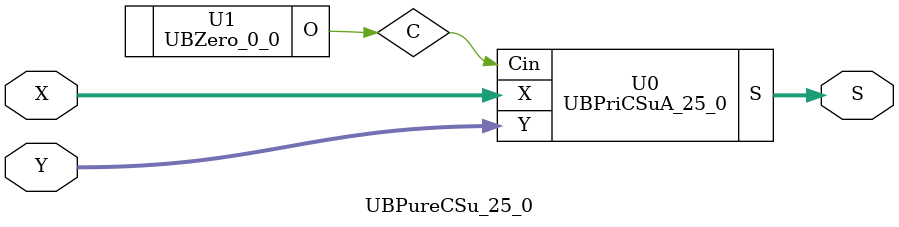
<source format=v>
/*----------------------------------------------------------------------------
  Copyright (c) 2021 Homma laboratory. All rights reserved.

  Top module: UBCSu_25_0_25_0

  Operand-1 length: 26
  Operand-2 length: 26
  Two-operand addition algorithm: Conditional sum adder
----------------------------------------------------------------------------*/

module UBFA_0(C, S, X, Y, Z);
  output C;
  output S;
  input X;
  input Y;
  input Z;
  assign C = ( X & Y ) | ( Y & Z ) | ( Z & X );
  assign S = X ^ Y ^ Z;
endmodule

module UBHCSuB_0_0(C, S, X, Y, Ci);
  output C;
  output S;
  input Ci;
  input X;
  input Y;
  UBFA_0 U0 (C, S, X, Y, Ci);
endmodule

module UBZero_1_1(O);
  output [1:1] O;
  assign O[1] = 0;
endmodule

module UBOne_1(O);
  output O;
  assign O = 1;
endmodule

module UBFA_1(C, S, X, Y, Z);
  output C;
  output S;
  input X;
  input Y;
  input Z;
  assign C = ( X & Y ) | ( Y & Z ) | ( Z & X );
  assign S = X ^ Y ^ Z;
endmodule

module UBCSuB_1_1(C_0, C_1, S_0, S_1, X, Y);
  output C_0;
  output C_1;
  output S_0;
  output S_1;
  input X;
  input Y;
  wire Ci_0;
  wire Ci_1;
  wire Co_0;
  wire Co_1;
  assign C_0 = ( Co_0 & ( ~ Ci_0 ) ) | ( Co_1 & Ci_0 );
  assign C_1 = ( Co_0 & ( ~ Ci_1 ) ) | ( Co_1 & Ci_1 );
  UBZero_1_1 U0 (Ci_0);
  UBOne_1 U1 (Ci_1);
  UBFA_1 U2 (Co_0, S_0, X, Y, Ci_0);
  UBFA_1 U3 (Co_1, S_1, X, Y, Ci_1);
endmodule

module UBHCSuB_1_0(C, S, X, Y, Ci);
  output C;
  output [1:0] S;
  input Ci;
  input [1:0] X;
  input [1:0] Y;
  wire C_0;
  wire C_1;
  wire Co;
  wire S_0;
  wire S_1;
  assign S[1] = ( S_0 & ( ~ Co ) ) | ( S_1 & Co );
  assign C = ( C_0 & ( ~ Co ) ) | ( C_1 & Co );
  UBHCSuB_0_0 U0 (Co, S[0], X[0], Y[0], Ci);
  UBCSuB_1_1 U1 (C_0, C_1, S_0, S_1, X[1], Y[1]);
endmodule

module UBZero_2_2(O);
  output [2:2] O;
  assign O[2] = 0;
endmodule

module UBOne_2(O);
  output O;
  assign O = 1;
endmodule

module UBFA_2(C, S, X, Y, Z);
  output C;
  output S;
  input X;
  input Y;
  input Z;
  assign C = ( X & Y ) | ( Y & Z ) | ( Z & X );
  assign S = X ^ Y ^ Z;
endmodule

module UBCSuB_2_2(C_0, C_1, S_0, S_1, X, Y);
  output C_0;
  output C_1;
  output S_0;
  output S_1;
  input X;
  input Y;
  wire Ci_0;
  wire Ci_1;
  wire Co_0;
  wire Co_1;
  assign C_0 = ( Co_0 & ( ~ Ci_0 ) ) | ( Co_1 & Ci_0 );
  assign C_1 = ( Co_0 & ( ~ Ci_1 ) ) | ( Co_1 & Ci_1 );
  UBZero_2_2 U0 (Ci_0);
  UBOne_2 U1 (Ci_1);
  UBFA_2 U2 (Co_0, S_0, X, Y, Ci_0);
  UBFA_2 U3 (Co_1, S_1, X, Y, Ci_1);
endmodule

module UBZero_3_3(O);
  output [3:3] O;
  assign O[3] = 0;
endmodule

module UBOne_3(O);
  output O;
  assign O = 1;
endmodule

module UBFA_3(C, S, X, Y, Z);
  output C;
  output S;
  input X;
  input Y;
  input Z;
  assign C = ( X & Y ) | ( Y & Z ) | ( Z & X );
  assign S = X ^ Y ^ Z;
endmodule

module UBCSuB_3_3(C_0, C_1, S_0, S_1, X, Y);
  output C_0;
  output C_1;
  output S_0;
  output S_1;
  input X;
  input Y;
  wire Ci_0;
  wire Ci_1;
  wire Co_0;
  wire Co_1;
  assign C_0 = ( Co_0 & ( ~ Ci_0 ) ) | ( Co_1 & Ci_0 );
  assign C_1 = ( Co_0 & ( ~ Ci_1 ) ) | ( Co_1 & Ci_1 );
  UBZero_3_3 U0 (Ci_0);
  UBOne_3 U1 (Ci_1);
  UBFA_3 U2 (Co_0, S_0, X, Y, Ci_0);
  UBFA_3 U3 (Co_1, S_1, X, Y, Ci_1);
endmodule

module UBCSuB_3_2(C_0, C_1, S_0, S_1, X, Y);
  output C_0;
  output C_1;
  output [3:2] S_0;
  output [3:2] S_1;
  input [3:2] X;
  input [3:2] Y;
  wire Ci_0;
  wire Ci_1;
  wire Co_0;
  wire Co_1;
  wire So_0;
  wire So_1;
  assign S_0[3] = ( So_0 & ( ~ Ci_0 ) ) | ( So_1 & Ci_0 );
  assign C_0 = ( Co_0 & ( ~ Ci_0 ) ) | ( Co_1 & Ci_0 );
  assign S_1[3] = ( So_0 & ( ~ Ci_1 ) ) | ( So_1 & Ci_1 );
  assign C_1 = ( Co_0 & ( ~ Ci_1 ) ) | ( Co_1 & Ci_1 );
  UBCSuB_2_2 U0 (Ci_0, Ci_1, S_0[2], S_1[2], X[2], Y[2]);
  UBCSuB_3_3 U1 (Co_0, Co_1, So_0, So_1, X[3], Y[3]);
endmodule

module UBHCSuB_3_0(C, S, X, Y, Ci);
  output C;
  output [3:0] S;
  input Ci;
  input [3:0] X;
  input [3:0] Y;
  wire C_0;
  wire C_1;
  wire Co;
  wire [3:2] S_0;
  wire [3:2] S_1;
  assign S[2] = ( S_0[2] & ( ~ Co ) ) | ( S_1[2] & Co );
  assign S[3] = ( S_0[3] & ( ~ Co ) ) | ( S_1[3] & Co );
  assign C = ( C_0 & ( ~ Co ) ) | ( C_1 & Co );
  UBHCSuB_1_0 U0 (Co, S[1:0], X[1:0], Y[1:0], Ci);
  UBCSuB_3_2 U1 (C_0, C_1, S_0, S_1, X[3:2], Y[3:2]);
endmodule

module UBZero_4_4(O);
  output [4:4] O;
  assign O[4] = 0;
endmodule

module UBOne_4(O);
  output O;
  assign O = 1;
endmodule

module UBFA_4(C, S, X, Y, Z);
  output C;
  output S;
  input X;
  input Y;
  input Z;
  assign C = ( X & Y ) | ( Y & Z ) | ( Z & X );
  assign S = X ^ Y ^ Z;
endmodule

module UBCSuB_4_4(C_0, C_1, S_0, S_1, X, Y);
  output C_0;
  output C_1;
  output S_0;
  output S_1;
  input X;
  input Y;
  wire Ci_0;
  wire Ci_1;
  wire Co_0;
  wire Co_1;
  assign C_0 = ( Co_0 & ( ~ Ci_0 ) ) | ( Co_1 & Ci_0 );
  assign C_1 = ( Co_0 & ( ~ Ci_1 ) ) | ( Co_1 & Ci_1 );
  UBZero_4_4 U0 (Ci_0);
  UBOne_4 U1 (Ci_1);
  UBFA_4 U2 (Co_0, S_0, X, Y, Ci_0);
  UBFA_4 U3 (Co_1, S_1, X, Y, Ci_1);
endmodule

module UBZero_5_5(O);
  output [5:5] O;
  assign O[5] = 0;
endmodule

module UBOne_5(O);
  output O;
  assign O = 1;
endmodule

module UBFA_5(C, S, X, Y, Z);
  output C;
  output S;
  input X;
  input Y;
  input Z;
  assign C = ( X & Y ) | ( Y & Z ) | ( Z & X );
  assign S = X ^ Y ^ Z;
endmodule

module UBCSuB_5_5(C_0, C_1, S_0, S_1, X, Y);
  output C_0;
  output C_1;
  output S_0;
  output S_1;
  input X;
  input Y;
  wire Ci_0;
  wire Ci_1;
  wire Co_0;
  wire Co_1;
  assign C_0 = ( Co_0 & ( ~ Ci_0 ) ) | ( Co_1 & Ci_0 );
  assign C_1 = ( Co_0 & ( ~ Ci_1 ) ) | ( Co_1 & Ci_1 );
  UBZero_5_5 U0 (Ci_0);
  UBOne_5 U1 (Ci_1);
  UBFA_5 U2 (Co_0, S_0, X, Y, Ci_0);
  UBFA_5 U3 (Co_1, S_1, X, Y, Ci_1);
endmodule

module UBCSuB_5_4(C_0, C_1, S_0, S_1, X, Y);
  output C_0;
  output C_1;
  output [5:4] S_0;
  output [5:4] S_1;
  input [5:4] X;
  input [5:4] Y;
  wire Ci_0;
  wire Ci_1;
  wire Co_0;
  wire Co_1;
  wire So_0;
  wire So_1;
  assign S_0[5] = ( So_0 & ( ~ Ci_0 ) ) | ( So_1 & Ci_0 );
  assign C_0 = ( Co_0 & ( ~ Ci_0 ) ) | ( Co_1 & Ci_0 );
  assign S_1[5] = ( So_0 & ( ~ Ci_1 ) ) | ( So_1 & Ci_1 );
  assign C_1 = ( Co_0 & ( ~ Ci_1 ) ) | ( Co_1 & Ci_1 );
  UBCSuB_4_4 U0 (Ci_0, Ci_1, S_0[4], S_1[4], X[4], Y[4]);
  UBCSuB_5_5 U1 (Co_0, Co_1, So_0, So_1, X[5], Y[5]);
endmodule

module UBZero_6_6(O);
  output [6:6] O;
  assign O[6] = 0;
endmodule

module UBOne_6(O);
  output O;
  assign O = 1;
endmodule

module UBFA_6(C, S, X, Y, Z);
  output C;
  output S;
  input X;
  input Y;
  input Z;
  assign C = ( X & Y ) | ( Y & Z ) | ( Z & X );
  assign S = X ^ Y ^ Z;
endmodule

module UBCSuB_6_6(C_0, C_1, S_0, S_1, X, Y);
  output C_0;
  output C_1;
  output S_0;
  output S_1;
  input X;
  input Y;
  wire Ci_0;
  wire Ci_1;
  wire Co_0;
  wire Co_1;
  assign C_0 = ( Co_0 & ( ~ Ci_0 ) ) | ( Co_1 & Ci_0 );
  assign C_1 = ( Co_0 & ( ~ Ci_1 ) ) | ( Co_1 & Ci_1 );
  UBZero_6_6 U0 (Ci_0);
  UBOne_6 U1 (Ci_1);
  UBFA_6 U2 (Co_0, S_0, X, Y, Ci_0);
  UBFA_6 U3 (Co_1, S_1, X, Y, Ci_1);
endmodule

module UBCSuB_6_4(C_0, C_1, S_0, S_1, X, Y);
  output C_0;
  output C_1;
  output [6:4] S_0;
  output [6:4] S_1;
  input [6:4] X;
  input [6:4] Y;
  wire Ci_0;
  wire Ci_1;
  wire Co_0;
  wire Co_1;
  wire [6:6] So_0;
  wire [6:6] So_1;
  assign S_0[6] = ( So_0 & ( ~ Ci_0 ) ) | ( So_1 & Ci_0 );
  assign C_0 = ( Co_0 & ( ~ Ci_0 ) ) | ( Co_1 & Ci_0 );
  assign S_1[6] = ( So_0 & ( ~ Ci_1 ) ) | ( So_1 & Ci_1 );
  assign C_1 = ( Co_0 & ( ~ Ci_1 ) ) | ( Co_1 & Ci_1 );
  UBCSuB_5_4 U0 (Ci_0, Ci_1, S_0[5:4], S_1[5:4], X[5:4], Y[5:4]);
  UBCSuB_6_6 U1 (Co_0, Co_1, So_0, So_1, X[6], Y[6]);
endmodule

module UBHCSuB_6_0(C, S, X, Y, Ci);
  output C;
  output [6:0] S;
  input Ci;
  input [6:0] X;
  input [6:0] Y;
  wire C_0;
  wire C_1;
  wire Co;
  wire [6:4] S_0;
  wire [6:4] S_1;
  assign S[4] = ( S_0[4] & ( ~ Co ) ) | ( S_1[4] & Co );
  assign S[5] = ( S_0[5] & ( ~ Co ) ) | ( S_1[5] & Co );
  assign S[6] = ( S_0[6] & ( ~ Co ) ) | ( S_1[6] & Co );
  assign C = ( C_0 & ( ~ Co ) ) | ( C_1 & Co );
  UBHCSuB_3_0 U0 (Co, S[3:0], X[3:0], Y[3:0], Ci);
  UBCSuB_6_4 U1 (C_0, C_1, S_0, S_1, X[6:4], Y[6:4]);
endmodule

module UBZero_7_7(O);
  output [7:7] O;
  assign O[7] = 0;
endmodule

module UBOne_7(O);
  output O;
  assign O = 1;
endmodule

module UBFA_7(C, S, X, Y, Z);
  output C;
  output S;
  input X;
  input Y;
  input Z;
  assign C = ( X & Y ) | ( Y & Z ) | ( Z & X );
  assign S = X ^ Y ^ Z;
endmodule

module UBCSuB_7_7(C_0, C_1, S_0, S_1, X, Y);
  output C_0;
  output C_1;
  output S_0;
  output S_1;
  input X;
  input Y;
  wire Ci_0;
  wire Ci_1;
  wire Co_0;
  wire Co_1;
  assign C_0 = ( Co_0 & ( ~ Ci_0 ) ) | ( Co_1 & Ci_0 );
  assign C_1 = ( Co_0 & ( ~ Ci_1 ) ) | ( Co_1 & Ci_1 );
  UBZero_7_7 U0 (Ci_0);
  UBOne_7 U1 (Ci_1);
  UBFA_7 U2 (Co_0, S_0, X, Y, Ci_0);
  UBFA_7 U3 (Co_1, S_1, X, Y, Ci_1);
endmodule

module UBZero_8_8(O);
  output [8:8] O;
  assign O[8] = 0;
endmodule

module UBOne_8(O);
  output O;
  assign O = 1;
endmodule

module UBFA_8(C, S, X, Y, Z);
  output C;
  output S;
  input X;
  input Y;
  input Z;
  assign C = ( X & Y ) | ( Y & Z ) | ( Z & X );
  assign S = X ^ Y ^ Z;
endmodule

module UBCSuB_8_8(C_0, C_1, S_0, S_1, X, Y);
  output C_0;
  output C_1;
  output S_0;
  output S_1;
  input X;
  input Y;
  wire Ci_0;
  wire Ci_1;
  wire Co_0;
  wire Co_1;
  assign C_0 = ( Co_0 & ( ~ Ci_0 ) ) | ( Co_1 & Ci_0 );
  assign C_1 = ( Co_0 & ( ~ Ci_1 ) ) | ( Co_1 & Ci_1 );
  UBZero_8_8 U0 (Ci_0);
  UBOne_8 U1 (Ci_1);
  UBFA_8 U2 (Co_0, S_0, X, Y, Ci_0);
  UBFA_8 U3 (Co_1, S_1, X, Y, Ci_1);
endmodule

module UBCSuB_8_7(C_0, C_1, S_0, S_1, X, Y);
  output C_0;
  output C_1;
  output [8:7] S_0;
  output [8:7] S_1;
  input [8:7] X;
  input [8:7] Y;
  wire Ci_0;
  wire Ci_1;
  wire Co_0;
  wire Co_1;
  wire So_0;
  wire So_1;
  assign S_0[8] = ( So_0 & ( ~ Ci_0 ) ) | ( So_1 & Ci_0 );
  assign C_0 = ( Co_0 & ( ~ Ci_0 ) ) | ( Co_1 & Ci_0 );
  assign S_1[8] = ( So_0 & ( ~ Ci_1 ) ) | ( So_1 & Ci_1 );
  assign C_1 = ( Co_0 & ( ~ Ci_1 ) ) | ( Co_1 & Ci_1 );
  UBCSuB_7_7 U0 (Ci_0, Ci_1, S_0[7], S_1[7], X[7], Y[7]);
  UBCSuB_8_8 U1 (Co_0, Co_1, So_0, So_1, X[8], Y[8]);
endmodule

module UBZero_9_9(O);
  output [9:9] O;
  assign O[9] = 0;
endmodule

module UBOne_9(O);
  output O;
  assign O = 1;
endmodule

module UBFA_9(C, S, X, Y, Z);
  output C;
  output S;
  input X;
  input Y;
  input Z;
  assign C = ( X & Y ) | ( Y & Z ) | ( Z & X );
  assign S = X ^ Y ^ Z;
endmodule

module UBCSuB_9_9(C_0, C_1, S_0, S_1, X, Y);
  output C_0;
  output C_1;
  output S_0;
  output S_1;
  input X;
  input Y;
  wire Ci_0;
  wire Ci_1;
  wire Co_0;
  wire Co_1;
  assign C_0 = ( Co_0 & ( ~ Ci_0 ) ) | ( Co_1 & Ci_0 );
  assign C_1 = ( Co_0 & ( ~ Ci_1 ) ) | ( Co_1 & Ci_1 );
  UBZero_9_9 U0 (Ci_0);
  UBOne_9 U1 (Ci_1);
  UBFA_9 U2 (Co_0, S_0, X, Y, Ci_0);
  UBFA_9 U3 (Co_1, S_1, X, Y, Ci_1);
endmodule

module UBCSuB_9_7(C_0, C_1, S_0, S_1, X, Y);
  output C_0;
  output C_1;
  output [9:7] S_0;
  output [9:7] S_1;
  input [9:7] X;
  input [9:7] Y;
  wire Ci_0;
  wire Ci_1;
  wire Co_0;
  wire Co_1;
  wire [9:9] So_0;
  wire [9:9] So_1;
  assign S_0[9] = ( So_0 & ( ~ Ci_0 ) ) | ( So_1 & Ci_0 );
  assign C_0 = ( Co_0 & ( ~ Ci_0 ) ) | ( Co_1 & Ci_0 );
  assign S_1[9] = ( So_0 & ( ~ Ci_1 ) ) | ( So_1 & Ci_1 );
  assign C_1 = ( Co_0 & ( ~ Ci_1 ) ) | ( Co_1 & Ci_1 );
  UBCSuB_8_7 U0 (Ci_0, Ci_1, S_0[8:7], S_1[8:7], X[8:7], Y[8:7]);
  UBCSuB_9_9 U1 (Co_0, Co_1, So_0, So_1, X[9], Y[9]);
endmodule

module UBZero_10_10(O);
  output [10:10] O;
  assign O[10] = 0;
endmodule

module UBOne_10(O);
  output O;
  assign O = 1;
endmodule

module UBFA_10(C, S, X, Y, Z);
  output C;
  output S;
  input X;
  input Y;
  input Z;
  assign C = ( X & Y ) | ( Y & Z ) | ( Z & X );
  assign S = X ^ Y ^ Z;
endmodule

module UBCSuB_10_10(C_0, C_1, S_0, S_1, X, Y);
  output C_0;
  output C_1;
  output S_0;
  output S_1;
  input X;
  input Y;
  wire Ci_0;
  wire Ci_1;
  wire Co_0;
  wire Co_1;
  assign C_0 = ( Co_0 & ( ~ Ci_0 ) ) | ( Co_1 & Ci_0 );
  assign C_1 = ( Co_0 & ( ~ Ci_1 ) ) | ( Co_1 & Ci_1 );
  UBZero_10_10 U0 (Ci_0);
  UBOne_10 U1 (Ci_1);
  UBFA_10 U2 (Co_0, S_0, X, Y, Ci_0);
  UBFA_10 U3 (Co_1, S_1, X, Y, Ci_1);
endmodule

module UBZero_11_11(O);
  output [11:11] O;
  assign O[11] = 0;
endmodule

module UBOne_11(O);
  output O;
  assign O = 1;
endmodule

module UBFA_11(C, S, X, Y, Z);
  output C;
  output S;
  input X;
  input Y;
  input Z;
  assign C = ( X & Y ) | ( Y & Z ) | ( Z & X );
  assign S = X ^ Y ^ Z;
endmodule

module UBCSuB_11_11(C_0, C_1, S_0, S_1, X, Y);
  output C_0;
  output C_1;
  output S_0;
  output S_1;
  input X;
  input Y;
  wire Ci_0;
  wire Ci_1;
  wire Co_0;
  wire Co_1;
  assign C_0 = ( Co_0 & ( ~ Ci_0 ) ) | ( Co_1 & Ci_0 );
  assign C_1 = ( Co_0 & ( ~ Ci_1 ) ) | ( Co_1 & Ci_1 );
  UBZero_11_11 U0 (Ci_0);
  UBOne_11 U1 (Ci_1);
  UBFA_11 U2 (Co_0, S_0, X, Y, Ci_0);
  UBFA_11 U3 (Co_1, S_1, X, Y, Ci_1);
endmodule

module UBCSuB_11_10(C_0, C_1, S_0, S_1, X, Y);
  output C_0;
  output C_1;
  output [11:10] S_0;
  output [11:10] S_1;
  input [11:10] X;
  input [11:10] Y;
  wire Ci_0;
  wire Ci_1;
  wire Co_0;
  wire Co_1;
  wire So_0;
  wire So_1;
  assign S_0[11] = ( So_0 & ( ~ Ci_0 ) ) | ( So_1 & Ci_0 );
  assign C_0 = ( Co_0 & ( ~ Ci_0 ) ) | ( Co_1 & Ci_0 );
  assign S_1[11] = ( So_0 & ( ~ Ci_1 ) ) | ( So_1 & Ci_1 );
  assign C_1 = ( Co_0 & ( ~ Ci_1 ) ) | ( Co_1 & Ci_1 );
  UBCSuB_10_10 U0 (Ci_0, Ci_1, S_0[10], S_1[10], X[10], Y[10]);
  UBCSuB_11_11 U1 (Co_0, Co_1, So_0, So_1, X[11], Y[11]);
endmodule

module UBZero_12_12(O);
  output [12:12] O;
  assign O[12] = 0;
endmodule

module UBOne_12(O);
  output O;
  assign O = 1;
endmodule

module UBFA_12(C, S, X, Y, Z);
  output C;
  output S;
  input X;
  input Y;
  input Z;
  assign C = ( X & Y ) | ( Y & Z ) | ( Z & X );
  assign S = X ^ Y ^ Z;
endmodule

module UBCSuB_12_12(C_0, C_1, S_0, S_1, X, Y);
  output C_0;
  output C_1;
  output S_0;
  output S_1;
  input X;
  input Y;
  wire Ci_0;
  wire Ci_1;
  wire Co_0;
  wire Co_1;
  assign C_0 = ( Co_0 & ( ~ Ci_0 ) ) | ( Co_1 & Ci_0 );
  assign C_1 = ( Co_0 & ( ~ Ci_1 ) ) | ( Co_1 & Ci_1 );
  UBZero_12_12 U0 (Ci_0);
  UBOne_12 U1 (Ci_1);
  UBFA_12 U2 (Co_0, S_0, X, Y, Ci_0);
  UBFA_12 U3 (Co_1, S_1, X, Y, Ci_1);
endmodule

module UBCSuB_12_10(C_0, C_1, S_0, S_1, X, Y);
  output C_0;
  output C_1;
  output [12:10] S_0;
  output [12:10] S_1;
  input [12:10] X;
  input [12:10] Y;
  wire Ci_0;
  wire Ci_1;
  wire Co_0;
  wire Co_1;
  wire [12:12] So_0;
  wire [12:12] So_1;
  assign S_0[12] = ( So_0 & ( ~ Ci_0 ) ) | ( So_1 & Ci_0 );
  assign C_0 = ( Co_0 & ( ~ Ci_0 ) ) | ( Co_1 & Ci_0 );
  assign S_1[12] = ( So_0 & ( ~ Ci_1 ) ) | ( So_1 & Ci_1 );
  assign C_1 = ( Co_0 & ( ~ Ci_1 ) ) | ( Co_1 & Ci_1 );
  UBCSuB_11_10 U0 (Ci_0, Ci_1, S_0[11:10], S_1[11:10], X[11:10], Y[11:10]);
  UBCSuB_12_12 U1 (Co_0, Co_1, So_0, So_1, X[12], Y[12]);
endmodule

module UBCSuB_12_7(C_0, C_1, S_0, S_1, X, Y);
  output C_0;
  output C_1;
  output [12:7] S_0;
  output [12:7] S_1;
  input [12:7] X;
  input [12:7] Y;
  wire Ci_0;
  wire Ci_1;
  wire Co_0;
  wire Co_1;
  wire [12:10] So_0;
  wire [12:10] So_1;
  assign S_0[10] = ( So_0[10] & ( ~ Ci_0 ) ) | ( So_1[10] & Ci_0 );
  assign S_0[11] = ( So_0[11] & ( ~ Ci_0 ) ) | ( So_1[11] & Ci_0 );
  assign S_0[12] = ( So_0[12] & ( ~ Ci_0 ) ) | ( So_1[12] & Ci_0 );
  assign C_0 = ( Co_0 & ( ~ Ci_0 ) ) | ( Co_1 & Ci_0 );
  assign S_1[10] = ( So_0[10] & ( ~ Ci_1 ) ) | ( So_1[10] & Ci_1 );
  assign S_1[11] = ( So_0[11] & ( ~ Ci_1 ) ) | ( So_1[11] & Ci_1 );
  assign S_1[12] = ( So_0[12] & ( ~ Ci_1 ) ) | ( So_1[12] & Ci_1 );
  assign C_1 = ( Co_0 & ( ~ Ci_1 ) ) | ( Co_1 & Ci_1 );
  UBCSuB_9_7 U0 (Ci_0, Ci_1, S_0[9:7], S_1[9:7], X[9:7], Y[9:7]);
  UBCSuB_12_10 U1 (Co_0, Co_1, So_0, So_1, X[12:10], Y[12:10]);
endmodule

module UBHCSuB_12_0(C, S, X, Y, Ci);
  output C;
  output [12:0] S;
  input Ci;
  input [12:0] X;
  input [12:0] Y;
  wire C_0;
  wire C_1;
  wire Co;
  wire [12:7] S_0;
  wire [12:7] S_1;
  assign S[7] = ( S_0[7] & ( ~ Co ) ) | ( S_1[7] & Co );
  assign S[8] = ( S_0[8] & ( ~ Co ) ) | ( S_1[8] & Co );
  assign S[9] = ( S_0[9] & ( ~ Co ) ) | ( S_1[9] & Co );
  assign S[10] = ( S_0[10] & ( ~ Co ) ) | ( S_1[10] & Co );
  assign S[11] = ( S_0[11] & ( ~ Co ) ) | ( S_1[11] & Co );
  assign S[12] = ( S_0[12] & ( ~ Co ) ) | ( S_1[12] & Co );
  assign C = ( C_0 & ( ~ Co ) ) | ( C_1 & Co );
  UBHCSuB_6_0 U0 (Co, S[6:0], X[6:0], Y[6:0], Ci);
  UBCSuB_12_7 U1 (C_0, C_1, S_0, S_1, X[12:7], Y[12:7]);
endmodule

module UBZero_13_13(O);
  output [13:13] O;
  assign O[13] = 0;
endmodule

module UBOne_13(O);
  output O;
  assign O = 1;
endmodule

module UBFA_13(C, S, X, Y, Z);
  output C;
  output S;
  input X;
  input Y;
  input Z;
  assign C = ( X & Y ) | ( Y & Z ) | ( Z & X );
  assign S = X ^ Y ^ Z;
endmodule

module UBCSuB_13_13(C_0, C_1, S_0, S_1, X, Y);
  output C_0;
  output C_1;
  output S_0;
  output S_1;
  input X;
  input Y;
  wire Ci_0;
  wire Ci_1;
  wire Co_0;
  wire Co_1;
  assign C_0 = ( Co_0 & ( ~ Ci_0 ) ) | ( Co_1 & Ci_0 );
  assign C_1 = ( Co_0 & ( ~ Ci_1 ) ) | ( Co_1 & Ci_1 );
  UBZero_13_13 U0 (Ci_0);
  UBOne_13 U1 (Ci_1);
  UBFA_13 U2 (Co_0, S_0, X, Y, Ci_0);
  UBFA_13 U3 (Co_1, S_1, X, Y, Ci_1);
endmodule

module UBZero_14_14(O);
  output [14:14] O;
  assign O[14] = 0;
endmodule

module UBOne_14(O);
  output O;
  assign O = 1;
endmodule

module UBFA_14(C, S, X, Y, Z);
  output C;
  output S;
  input X;
  input Y;
  input Z;
  assign C = ( X & Y ) | ( Y & Z ) | ( Z & X );
  assign S = X ^ Y ^ Z;
endmodule

module UBCSuB_14_14(C_0, C_1, S_0, S_1, X, Y);
  output C_0;
  output C_1;
  output S_0;
  output S_1;
  input X;
  input Y;
  wire Ci_0;
  wire Ci_1;
  wire Co_0;
  wire Co_1;
  assign C_0 = ( Co_0 & ( ~ Ci_0 ) ) | ( Co_1 & Ci_0 );
  assign C_1 = ( Co_0 & ( ~ Ci_1 ) ) | ( Co_1 & Ci_1 );
  UBZero_14_14 U0 (Ci_0);
  UBOne_14 U1 (Ci_1);
  UBFA_14 U2 (Co_0, S_0, X, Y, Ci_0);
  UBFA_14 U3 (Co_1, S_1, X, Y, Ci_1);
endmodule

module UBCSuB_14_13(C_0, C_1, S_0, S_1, X, Y);
  output C_0;
  output C_1;
  output [14:13] S_0;
  output [14:13] S_1;
  input [14:13] X;
  input [14:13] Y;
  wire Ci_0;
  wire Ci_1;
  wire Co_0;
  wire Co_1;
  wire So_0;
  wire So_1;
  assign S_0[14] = ( So_0 & ( ~ Ci_0 ) ) | ( So_1 & Ci_0 );
  assign C_0 = ( Co_0 & ( ~ Ci_0 ) ) | ( Co_1 & Ci_0 );
  assign S_1[14] = ( So_0 & ( ~ Ci_1 ) ) | ( So_1 & Ci_1 );
  assign C_1 = ( Co_0 & ( ~ Ci_1 ) ) | ( Co_1 & Ci_1 );
  UBCSuB_13_13 U0 (Ci_0, Ci_1, S_0[13], S_1[13], X[13], Y[13]);
  UBCSuB_14_14 U1 (Co_0, Co_1, So_0, So_1, X[14], Y[14]);
endmodule

module UBZero_15_15(O);
  output [15:15] O;
  assign O[15] = 0;
endmodule

module UBOne_15(O);
  output O;
  assign O = 1;
endmodule

module UBFA_15(C, S, X, Y, Z);
  output C;
  output S;
  input X;
  input Y;
  input Z;
  assign C = ( X & Y ) | ( Y & Z ) | ( Z & X );
  assign S = X ^ Y ^ Z;
endmodule

module UBCSuB_15_15(C_0, C_1, S_0, S_1, X, Y);
  output C_0;
  output C_1;
  output S_0;
  output S_1;
  input X;
  input Y;
  wire Ci_0;
  wire Ci_1;
  wire Co_0;
  wire Co_1;
  assign C_0 = ( Co_0 & ( ~ Ci_0 ) ) | ( Co_1 & Ci_0 );
  assign C_1 = ( Co_0 & ( ~ Ci_1 ) ) | ( Co_1 & Ci_1 );
  UBZero_15_15 U0 (Ci_0);
  UBOne_15 U1 (Ci_1);
  UBFA_15 U2 (Co_0, S_0, X, Y, Ci_0);
  UBFA_15 U3 (Co_1, S_1, X, Y, Ci_1);
endmodule

module UBZero_16_16(O);
  output [16:16] O;
  assign O[16] = 0;
endmodule

module UBOne_16(O);
  output O;
  assign O = 1;
endmodule

module UBFA_16(C, S, X, Y, Z);
  output C;
  output S;
  input X;
  input Y;
  input Z;
  assign C = ( X & Y ) | ( Y & Z ) | ( Z & X );
  assign S = X ^ Y ^ Z;
endmodule

module UBCSuB_16_16(C_0, C_1, S_0, S_1, X, Y);
  output C_0;
  output C_1;
  output S_0;
  output S_1;
  input X;
  input Y;
  wire Ci_0;
  wire Ci_1;
  wire Co_0;
  wire Co_1;
  assign C_0 = ( Co_0 & ( ~ Ci_0 ) ) | ( Co_1 & Ci_0 );
  assign C_1 = ( Co_0 & ( ~ Ci_1 ) ) | ( Co_1 & Ci_1 );
  UBZero_16_16 U0 (Ci_0);
  UBOne_16 U1 (Ci_1);
  UBFA_16 U2 (Co_0, S_0, X, Y, Ci_0);
  UBFA_16 U3 (Co_1, S_1, X, Y, Ci_1);
endmodule

module UBCSuB_16_15(C_0, C_1, S_0, S_1, X, Y);
  output C_0;
  output C_1;
  output [16:15] S_0;
  output [16:15] S_1;
  input [16:15] X;
  input [16:15] Y;
  wire Ci_0;
  wire Ci_1;
  wire Co_0;
  wire Co_1;
  wire So_0;
  wire So_1;
  assign S_0[16] = ( So_0 & ( ~ Ci_0 ) ) | ( So_1 & Ci_0 );
  assign C_0 = ( Co_0 & ( ~ Ci_0 ) ) | ( Co_1 & Ci_0 );
  assign S_1[16] = ( So_0 & ( ~ Ci_1 ) ) | ( So_1 & Ci_1 );
  assign C_1 = ( Co_0 & ( ~ Ci_1 ) ) | ( Co_1 & Ci_1 );
  UBCSuB_15_15 U0 (Ci_0, Ci_1, S_0[15], S_1[15], X[15], Y[15]);
  UBCSuB_16_16 U1 (Co_0, Co_1, So_0, So_1, X[16], Y[16]);
endmodule

module UBCSuB_16_13(C_0, C_1, S_0, S_1, X, Y);
  output C_0;
  output C_1;
  output [16:13] S_0;
  output [16:13] S_1;
  input [16:13] X;
  input [16:13] Y;
  wire Ci_0;
  wire Ci_1;
  wire Co_0;
  wire Co_1;
  wire [16:15] So_0;
  wire [16:15] So_1;
  assign S_0[15] = ( So_0[15] & ( ~ Ci_0 ) ) | ( So_1[15] & Ci_0 );
  assign S_0[16] = ( So_0[16] & ( ~ Ci_0 ) ) | ( So_1[16] & Ci_0 );
  assign C_0 = ( Co_0 & ( ~ Ci_0 ) ) | ( Co_1 & Ci_0 );
  assign S_1[15] = ( So_0[15] & ( ~ Ci_1 ) ) | ( So_1[15] & Ci_1 );
  assign S_1[16] = ( So_0[16] & ( ~ Ci_1 ) ) | ( So_1[16] & Ci_1 );
  assign C_1 = ( Co_0 & ( ~ Ci_1 ) ) | ( Co_1 & Ci_1 );
  UBCSuB_14_13 U0 (Ci_0, Ci_1, S_0[14:13], S_1[14:13], X[14:13], Y[14:13]);
  UBCSuB_16_15 U1 (Co_0, Co_1, So_0, So_1, X[16:15], Y[16:15]);
endmodule

module UBZero_17_17(O);
  output [17:17] O;
  assign O[17] = 0;
endmodule

module UBOne_17(O);
  output O;
  assign O = 1;
endmodule

module UBFA_17(C, S, X, Y, Z);
  output C;
  output S;
  input X;
  input Y;
  input Z;
  assign C = ( X & Y ) | ( Y & Z ) | ( Z & X );
  assign S = X ^ Y ^ Z;
endmodule

module UBCSuB_17_17(C_0, C_1, S_0, S_1, X, Y);
  output C_0;
  output C_1;
  output S_0;
  output S_1;
  input X;
  input Y;
  wire Ci_0;
  wire Ci_1;
  wire Co_0;
  wire Co_1;
  assign C_0 = ( Co_0 & ( ~ Ci_0 ) ) | ( Co_1 & Ci_0 );
  assign C_1 = ( Co_0 & ( ~ Ci_1 ) ) | ( Co_1 & Ci_1 );
  UBZero_17_17 U0 (Ci_0);
  UBOne_17 U1 (Ci_1);
  UBFA_17 U2 (Co_0, S_0, X, Y, Ci_0);
  UBFA_17 U3 (Co_1, S_1, X, Y, Ci_1);
endmodule

module UBZero_18_18(O);
  output [18:18] O;
  assign O[18] = 0;
endmodule

module UBOne_18(O);
  output O;
  assign O = 1;
endmodule

module UBFA_18(C, S, X, Y, Z);
  output C;
  output S;
  input X;
  input Y;
  input Z;
  assign C = ( X & Y ) | ( Y & Z ) | ( Z & X );
  assign S = X ^ Y ^ Z;
endmodule

module UBCSuB_18_18(C_0, C_1, S_0, S_1, X, Y);
  output C_0;
  output C_1;
  output S_0;
  output S_1;
  input X;
  input Y;
  wire Ci_0;
  wire Ci_1;
  wire Co_0;
  wire Co_1;
  assign C_0 = ( Co_0 & ( ~ Ci_0 ) ) | ( Co_1 & Ci_0 );
  assign C_1 = ( Co_0 & ( ~ Ci_1 ) ) | ( Co_1 & Ci_1 );
  UBZero_18_18 U0 (Ci_0);
  UBOne_18 U1 (Ci_1);
  UBFA_18 U2 (Co_0, S_0, X, Y, Ci_0);
  UBFA_18 U3 (Co_1, S_1, X, Y, Ci_1);
endmodule

module UBCSuB_18_17(C_0, C_1, S_0, S_1, X, Y);
  output C_0;
  output C_1;
  output [18:17] S_0;
  output [18:17] S_1;
  input [18:17] X;
  input [18:17] Y;
  wire Ci_0;
  wire Ci_1;
  wire Co_0;
  wire Co_1;
  wire So_0;
  wire So_1;
  assign S_0[18] = ( So_0 & ( ~ Ci_0 ) ) | ( So_1 & Ci_0 );
  assign C_0 = ( Co_0 & ( ~ Ci_0 ) ) | ( Co_1 & Ci_0 );
  assign S_1[18] = ( So_0 & ( ~ Ci_1 ) ) | ( So_1 & Ci_1 );
  assign C_1 = ( Co_0 & ( ~ Ci_1 ) ) | ( Co_1 & Ci_1 );
  UBCSuB_17_17 U0 (Ci_0, Ci_1, S_0[17], S_1[17], X[17], Y[17]);
  UBCSuB_18_18 U1 (Co_0, Co_1, So_0, So_1, X[18], Y[18]);
endmodule

module UBZero_19_19(O);
  output [19:19] O;
  assign O[19] = 0;
endmodule

module UBOne_19(O);
  output O;
  assign O = 1;
endmodule

module UBFA_19(C, S, X, Y, Z);
  output C;
  output S;
  input X;
  input Y;
  input Z;
  assign C = ( X & Y ) | ( Y & Z ) | ( Z & X );
  assign S = X ^ Y ^ Z;
endmodule

module UBCSuB_19_19(C_0, C_1, S_0, S_1, X, Y);
  output C_0;
  output C_1;
  output S_0;
  output S_1;
  input X;
  input Y;
  wire Ci_0;
  wire Ci_1;
  wire Co_0;
  wire Co_1;
  assign C_0 = ( Co_0 & ( ~ Ci_0 ) ) | ( Co_1 & Ci_0 );
  assign C_1 = ( Co_0 & ( ~ Ci_1 ) ) | ( Co_1 & Ci_1 );
  UBZero_19_19 U0 (Ci_0);
  UBOne_19 U1 (Ci_1);
  UBFA_19 U2 (Co_0, S_0, X, Y, Ci_0);
  UBFA_19 U3 (Co_1, S_1, X, Y, Ci_1);
endmodule

module UBCSuB_19_17(C_0, C_1, S_0, S_1, X, Y);
  output C_0;
  output C_1;
  output [19:17] S_0;
  output [19:17] S_1;
  input [19:17] X;
  input [19:17] Y;
  wire Ci_0;
  wire Ci_1;
  wire Co_0;
  wire Co_1;
  wire [19:19] So_0;
  wire [19:19] So_1;
  assign S_0[19] = ( So_0 & ( ~ Ci_0 ) ) | ( So_1 & Ci_0 );
  assign C_0 = ( Co_0 & ( ~ Ci_0 ) ) | ( Co_1 & Ci_0 );
  assign S_1[19] = ( So_0 & ( ~ Ci_1 ) ) | ( So_1 & Ci_1 );
  assign C_1 = ( Co_0 & ( ~ Ci_1 ) ) | ( Co_1 & Ci_1 );
  UBCSuB_18_17 U0 (Ci_0, Ci_1, S_0[18:17], S_1[18:17], X[18:17], Y[18:17]);
  UBCSuB_19_19 U1 (Co_0, Co_1, So_0, So_1, X[19], Y[19]);
endmodule

module UBCSuB_19_13(C_0, C_1, S_0, S_1, X, Y);
  output C_0;
  output C_1;
  output [19:13] S_0;
  output [19:13] S_1;
  input [19:13] X;
  input [19:13] Y;
  wire Ci_0;
  wire Ci_1;
  wire Co_0;
  wire Co_1;
  wire [19:17] So_0;
  wire [19:17] So_1;
  assign S_0[17] = ( So_0[17] & ( ~ Ci_0 ) ) | ( So_1[17] & Ci_0 );
  assign S_0[18] = ( So_0[18] & ( ~ Ci_0 ) ) | ( So_1[18] & Ci_0 );
  assign S_0[19] = ( So_0[19] & ( ~ Ci_0 ) ) | ( So_1[19] & Ci_0 );
  assign C_0 = ( Co_0 & ( ~ Ci_0 ) ) | ( Co_1 & Ci_0 );
  assign S_1[17] = ( So_0[17] & ( ~ Ci_1 ) ) | ( So_1[17] & Ci_1 );
  assign S_1[18] = ( So_0[18] & ( ~ Ci_1 ) ) | ( So_1[18] & Ci_1 );
  assign S_1[19] = ( So_0[19] & ( ~ Ci_1 ) ) | ( So_1[19] & Ci_1 );
  assign C_1 = ( Co_0 & ( ~ Ci_1 ) ) | ( Co_1 & Ci_1 );
  UBCSuB_16_13 U0 (Ci_0, Ci_1, S_0[16:13], S_1[16:13], X[16:13], Y[16:13]);
  UBCSuB_19_17 U1 (Co_0, Co_1, So_0, So_1, X[19:17], Y[19:17]);
endmodule

module UBZero_20_20(O);
  output [20:20] O;
  assign O[20] = 0;
endmodule

module UBOne_20(O);
  output O;
  assign O = 1;
endmodule

module UBFA_20(C, S, X, Y, Z);
  output C;
  output S;
  input X;
  input Y;
  input Z;
  assign C = ( X & Y ) | ( Y & Z ) | ( Z & X );
  assign S = X ^ Y ^ Z;
endmodule

module UBCSuB_20_20(C_0, C_1, S_0, S_1, X, Y);
  output C_0;
  output C_1;
  output S_0;
  output S_1;
  input X;
  input Y;
  wire Ci_0;
  wire Ci_1;
  wire Co_0;
  wire Co_1;
  assign C_0 = ( Co_0 & ( ~ Ci_0 ) ) | ( Co_1 & Ci_0 );
  assign C_1 = ( Co_0 & ( ~ Ci_1 ) ) | ( Co_1 & Ci_1 );
  UBZero_20_20 U0 (Ci_0);
  UBOne_20 U1 (Ci_1);
  UBFA_20 U2 (Co_0, S_0, X, Y, Ci_0);
  UBFA_20 U3 (Co_1, S_1, X, Y, Ci_1);
endmodule

module UBZero_21_21(O);
  output [21:21] O;
  assign O[21] = 0;
endmodule

module UBOne_21(O);
  output O;
  assign O = 1;
endmodule

module UBFA_21(C, S, X, Y, Z);
  output C;
  output S;
  input X;
  input Y;
  input Z;
  assign C = ( X & Y ) | ( Y & Z ) | ( Z & X );
  assign S = X ^ Y ^ Z;
endmodule

module UBCSuB_21_21(C_0, C_1, S_0, S_1, X, Y);
  output C_0;
  output C_1;
  output S_0;
  output S_1;
  input X;
  input Y;
  wire Ci_0;
  wire Ci_1;
  wire Co_0;
  wire Co_1;
  assign C_0 = ( Co_0 & ( ~ Ci_0 ) ) | ( Co_1 & Ci_0 );
  assign C_1 = ( Co_0 & ( ~ Ci_1 ) ) | ( Co_1 & Ci_1 );
  UBZero_21_21 U0 (Ci_0);
  UBOne_21 U1 (Ci_1);
  UBFA_21 U2 (Co_0, S_0, X, Y, Ci_0);
  UBFA_21 U3 (Co_1, S_1, X, Y, Ci_1);
endmodule

module UBCSuB_21_20(C_0, C_1, S_0, S_1, X, Y);
  output C_0;
  output C_1;
  output [21:20] S_0;
  output [21:20] S_1;
  input [21:20] X;
  input [21:20] Y;
  wire Ci_0;
  wire Ci_1;
  wire Co_0;
  wire Co_1;
  wire So_0;
  wire So_1;
  assign S_0[21] = ( So_0 & ( ~ Ci_0 ) ) | ( So_1 & Ci_0 );
  assign C_0 = ( Co_0 & ( ~ Ci_0 ) ) | ( Co_1 & Ci_0 );
  assign S_1[21] = ( So_0 & ( ~ Ci_1 ) ) | ( So_1 & Ci_1 );
  assign C_1 = ( Co_0 & ( ~ Ci_1 ) ) | ( Co_1 & Ci_1 );
  UBCSuB_20_20 U0 (Ci_0, Ci_1, S_0[20], S_1[20], X[20], Y[20]);
  UBCSuB_21_21 U1 (Co_0, Co_1, So_0, So_1, X[21], Y[21]);
endmodule

module UBZero_22_22(O);
  output [22:22] O;
  assign O[22] = 0;
endmodule

module UBOne_22(O);
  output O;
  assign O = 1;
endmodule

module UBFA_22(C, S, X, Y, Z);
  output C;
  output S;
  input X;
  input Y;
  input Z;
  assign C = ( X & Y ) | ( Y & Z ) | ( Z & X );
  assign S = X ^ Y ^ Z;
endmodule

module UBCSuB_22_22(C_0, C_1, S_0, S_1, X, Y);
  output C_0;
  output C_1;
  output S_0;
  output S_1;
  input X;
  input Y;
  wire Ci_0;
  wire Ci_1;
  wire Co_0;
  wire Co_1;
  assign C_0 = ( Co_0 & ( ~ Ci_0 ) ) | ( Co_1 & Ci_0 );
  assign C_1 = ( Co_0 & ( ~ Ci_1 ) ) | ( Co_1 & Ci_1 );
  UBZero_22_22 U0 (Ci_0);
  UBOne_22 U1 (Ci_1);
  UBFA_22 U2 (Co_0, S_0, X, Y, Ci_0);
  UBFA_22 U3 (Co_1, S_1, X, Y, Ci_1);
endmodule

module UBCSuB_22_20(C_0, C_1, S_0, S_1, X, Y);
  output C_0;
  output C_1;
  output [22:20] S_0;
  output [22:20] S_1;
  input [22:20] X;
  input [22:20] Y;
  wire Ci_0;
  wire Ci_1;
  wire Co_0;
  wire Co_1;
  wire [22:22] So_0;
  wire [22:22] So_1;
  assign S_0[22] = ( So_0 & ( ~ Ci_0 ) ) | ( So_1 & Ci_0 );
  assign C_0 = ( Co_0 & ( ~ Ci_0 ) ) | ( Co_1 & Ci_0 );
  assign S_1[22] = ( So_0 & ( ~ Ci_1 ) ) | ( So_1 & Ci_1 );
  assign C_1 = ( Co_0 & ( ~ Ci_1 ) ) | ( Co_1 & Ci_1 );
  UBCSuB_21_20 U0 (Ci_0, Ci_1, S_0[21:20], S_1[21:20], X[21:20], Y[21:20]);
  UBCSuB_22_22 U1 (Co_0, Co_1, So_0, So_1, X[22], Y[22]);
endmodule

module UBZero_23_23(O);
  output [23:23] O;
  assign O[23] = 0;
endmodule

module UBOne_23(O);
  output O;
  assign O = 1;
endmodule

module UBFA_23(C, S, X, Y, Z);
  output C;
  output S;
  input X;
  input Y;
  input Z;
  assign C = ( X & Y ) | ( Y & Z ) | ( Z & X );
  assign S = X ^ Y ^ Z;
endmodule

module UBCSuB_23_23(C_0, C_1, S_0, S_1, X, Y);
  output C_0;
  output C_1;
  output S_0;
  output S_1;
  input X;
  input Y;
  wire Ci_0;
  wire Ci_1;
  wire Co_0;
  wire Co_1;
  assign C_0 = ( Co_0 & ( ~ Ci_0 ) ) | ( Co_1 & Ci_0 );
  assign C_1 = ( Co_0 & ( ~ Ci_1 ) ) | ( Co_1 & Ci_1 );
  UBZero_23_23 U0 (Ci_0);
  UBOne_23 U1 (Ci_1);
  UBFA_23 U2 (Co_0, S_0, X, Y, Ci_0);
  UBFA_23 U3 (Co_1, S_1, X, Y, Ci_1);
endmodule

module UBZero_24_24(O);
  output [24:24] O;
  assign O[24] = 0;
endmodule

module UBOne_24(O);
  output O;
  assign O = 1;
endmodule

module UBFA_24(C, S, X, Y, Z);
  output C;
  output S;
  input X;
  input Y;
  input Z;
  assign C = ( X & Y ) | ( Y & Z ) | ( Z & X );
  assign S = X ^ Y ^ Z;
endmodule

module UBCSuB_24_24(C_0, C_1, S_0, S_1, X, Y);
  output C_0;
  output C_1;
  output S_0;
  output S_1;
  input X;
  input Y;
  wire Ci_0;
  wire Ci_1;
  wire Co_0;
  wire Co_1;
  assign C_0 = ( Co_0 & ( ~ Ci_0 ) ) | ( Co_1 & Ci_0 );
  assign C_1 = ( Co_0 & ( ~ Ci_1 ) ) | ( Co_1 & Ci_1 );
  UBZero_24_24 U0 (Ci_0);
  UBOne_24 U1 (Ci_1);
  UBFA_24 U2 (Co_0, S_0, X, Y, Ci_0);
  UBFA_24 U3 (Co_1, S_1, X, Y, Ci_1);
endmodule

module UBCSuB_24_23(C_0, C_1, S_0, S_1, X, Y);
  output C_0;
  output C_1;
  output [24:23] S_0;
  output [24:23] S_1;
  input [24:23] X;
  input [24:23] Y;
  wire Ci_0;
  wire Ci_1;
  wire Co_0;
  wire Co_1;
  wire So_0;
  wire So_1;
  assign S_0[24] = ( So_0 & ( ~ Ci_0 ) ) | ( So_1 & Ci_0 );
  assign C_0 = ( Co_0 & ( ~ Ci_0 ) ) | ( Co_1 & Ci_0 );
  assign S_1[24] = ( So_0 & ( ~ Ci_1 ) ) | ( So_1 & Ci_1 );
  assign C_1 = ( Co_0 & ( ~ Ci_1 ) ) | ( Co_1 & Ci_1 );
  UBCSuB_23_23 U0 (Ci_0, Ci_1, S_0[23], S_1[23], X[23], Y[23]);
  UBCSuB_24_24 U1 (Co_0, Co_1, So_0, So_1, X[24], Y[24]);
endmodule

module UBZero_25_25(O);
  output [25:25] O;
  assign O[25] = 0;
endmodule

module UBOne_25(O);
  output O;
  assign O = 1;
endmodule

module UBFA_25(C, S, X, Y, Z);
  output C;
  output S;
  input X;
  input Y;
  input Z;
  assign C = ( X & Y ) | ( Y & Z ) | ( Z & X );
  assign S = X ^ Y ^ Z;
endmodule

module UBCSuB_25_25(C_0, C_1, S_0, S_1, X, Y);
  output C_0;
  output C_1;
  output S_0;
  output S_1;
  input X;
  input Y;
  wire Ci_0;
  wire Ci_1;
  wire Co_0;
  wire Co_1;
  assign C_0 = ( Co_0 & ( ~ Ci_0 ) ) | ( Co_1 & Ci_0 );
  assign C_1 = ( Co_0 & ( ~ Ci_1 ) ) | ( Co_1 & Ci_1 );
  UBZero_25_25 U0 (Ci_0);
  UBOne_25 U1 (Ci_1);
  UBFA_25 U2 (Co_0, S_0, X, Y, Ci_0);
  UBFA_25 U3 (Co_1, S_1, X, Y, Ci_1);
endmodule

module UBCSuB_25_23(C_0, C_1, S_0, S_1, X, Y);
  output C_0;
  output C_1;
  output [25:23] S_0;
  output [25:23] S_1;
  input [25:23] X;
  input [25:23] Y;
  wire Ci_0;
  wire Ci_1;
  wire Co_0;
  wire Co_1;
  wire [25:25] So_0;
  wire [25:25] So_1;
  assign S_0[25] = ( So_0 & ( ~ Ci_0 ) ) | ( So_1 & Ci_0 );
  assign C_0 = ( Co_0 & ( ~ Ci_0 ) ) | ( Co_1 & Ci_0 );
  assign S_1[25] = ( So_0 & ( ~ Ci_1 ) ) | ( So_1 & Ci_1 );
  assign C_1 = ( Co_0 & ( ~ Ci_1 ) ) | ( Co_1 & Ci_1 );
  UBCSuB_24_23 U0 (Ci_0, Ci_1, S_0[24:23], S_1[24:23], X[24:23], Y[24:23]);
  UBCSuB_25_25 U1 (Co_0, Co_1, So_0, So_1, X[25], Y[25]);
endmodule

module UBCSuB_25_20(C_0, C_1, S_0, S_1, X, Y);
  output C_0;
  output C_1;
  output [25:20] S_0;
  output [25:20] S_1;
  input [25:20] X;
  input [25:20] Y;
  wire Ci_0;
  wire Ci_1;
  wire Co_0;
  wire Co_1;
  wire [25:23] So_0;
  wire [25:23] So_1;
  assign S_0[23] = ( So_0[23] & ( ~ Ci_0 ) ) | ( So_1[23] & Ci_0 );
  assign S_0[24] = ( So_0[24] & ( ~ Ci_0 ) ) | ( So_1[24] & Ci_0 );
  assign S_0[25] = ( So_0[25] & ( ~ Ci_0 ) ) | ( So_1[25] & Ci_0 );
  assign C_0 = ( Co_0 & ( ~ Ci_0 ) ) | ( Co_1 & Ci_0 );
  assign S_1[23] = ( So_0[23] & ( ~ Ci_1 ) ) | ( So_1[23] & Ci_1 );
  assign S_1[24] = ( So_0[24] & ( ~ Ci_1 ) ) | ( So_1[24] & Ci_1 );
  assign S_1[25] = ( So_0[25] & ( ~ Ci_1 ) ) | ( So_1[25] & Ci_1 );
  assign C_1 = ( Co_0 & ( ~ Ci_1 ) ) | ( Co_1 & Ci_1 );
  UBCSuB_22_20 U0 (Ci_0, Ci_1, S_0[22:20], S_1[22:20], X[22:20], Y[22:20]);
  UBCSuB_25_23 U1 (Co_0, Co_1, So_0, So_1, X[25:23], Y[25:23]);
endmodule

module UBCSuB_25_13(C_0, C_1, S_0, S_1, X, Y);
  output C_0;
  output C_1;
  output [25:13] S_0;
  output [25:13] S_1;
  input [25:13] X;
  input [25:13] Y;
  wire Ci_0;
  wire Ci_1;
  wire Co_0;
  wire Co_1;
  wire [25:20] So_0;
  wire [25:20] So_1;
  assign S_0[20] = ( So_0[20] & ( ~ Ci_0 ) ) | ( So_1[20] & Ci_0 );
  assign S_0[21] = ( So_0[21] & ( ~ Ci_0 ) ) | ( So_1[21] & Ci_0 );
  assign S_0[22] = ( So_0[22] & ( ~ Ci_0 ) ) | ( So_1[22] & Ci_0 );
  assign S_0[23] = ( So_0[23] & ( ~ Ci_0 ) ) | ( So_1[23] & Ci_0 );
  assign S_0[24] = ( So_0[24] & ( ~ Ci_0 ) ) | ( So_1[24] & Ci_0 );
  assign S_0[25] = ( So_0[25] & ( ~ Ci_0 ) ) | ( So_1[25] & Ci_0 );
  assign C_0 = ( Co_0 & ( ~ Ci_0 ) ) | ( Co_1 & Ci_0 );
  assign S_1[20] = ( So_0[20] & ( ~ Ci_1 ) ) | ( So_1[20] & Ci_1 );
  assign S_1[21] = ( So_0[21] & ( ~ Ci_1 ) ) | ( So_1[21] & Ci_1 );
  assign S_1[22] = ( So_0[22] & ( ~ Ci_1 ) ) | ( So_1[22] & Ci_1 );
  assign S_1[23] = ( So_0[23] & ( ~ Ci_1 ) ) | ( So_1[23] & Ci_1 );
  assign S_1[24] = ( So_0[24] & ( ~ Ci_1 ) ) | ( So_1[24] & Ci_1 );
  assign S_1[25] = ( So_0[25] & ( ~ Ci_1 ) ) | ( So_1[25] & Ci_1 );
  assign C_1 = ( Co_0 & ( ~ Ci_1 ) ) | ( Co_1 & Ci_1 );
  UBCSuB_19_13 U0 (Ci_0, Ci_1, S_0[19:13], S_1[19:13], X[19:13], Y[19:13]);
  UBCSuB_25_20 U1 (Co_0, Co_1, So_0, So_1, X[25:20], Y[25:20]);
endmodule

module UBPriCSuA_25_0(S, X, Y, Cin);
  output [26:0] S;
  input Cin;
  input [25:0] X;
  input [25:0] Y;
  wire C_0;
  wire C_1;
  wire Co;
  wire [25:13] S_0;
  wire [25:13] S_1;
  assign S[13] = ( S_0[13] & ( ~ Co ) ) | ( S_1[13] & Co );
  assign S[14] = ( S_0[14] & ( ~ Co ) ) | ( S_1[14] & Co );
  assign S[15] = ( S_0[15] & ( ~ Co ) ) | ( S_1[15] & Co );
  assign S[16] = ( S_0[16] & ( ~ Co ) ) | ( S_1[16] & Co );
  assign S[17] = ( S_0[17] & ( ~ Co ) ) | ( S_1[17] & Co );
  assign S[18] = ( S_0[18] & ( ~ Co ) ) | ( S_1[18] & Co );
  assign S[19] = ( S_0[19] & ( ~ Co ) ) | ( S_1[19] & Co );
  assign S[20] = ( S_0[20] & ( ~ Co ) ) | ( S_1[20] & Co );
  assign S[21] = ( S_0[21] & ( ~ Co ) ) | ( S_1[21] & Co );
  assign S[22] = ( S_0[22] & ( ~ Co ) ) | ( S_1[22] & Co );
  assign S[23] = ( S_0[23] & ( ~ Co ) ) | ( S_1[23] & Co );
  assign S[24] = ( S_0[24] & ( ~ Co ) ) | ( S_1[24] & Co );
  assign S[25] = ( S_0[25] & ( ~ Co ) ) | ( S_1[25] & Co );
  assign S[26] = ( C_0 & ( ~ Co ) ) | ( C_1 & Co );
  UBHCSuB_12_0 U0 (Co, S[12:0], X[12:0], Y[12:0], Cin);
  UBCSuB_25_13 U1 (C_0, C_1, S_0, S_1, X[25:13], Y[25:13]);
endmodule

module UBZero_0_0(O);
  output [0:0] O;
  assign O[0] = 0;
endmodule

module UBCSu_25_0_25_0 (S, X, Y);
  output [26:0] S;
  input [25:0] X;
  input [25:0] Y;
  UBPureCSu_25_0 U0 (S[26:0], X[25:0], Y[25:0]);
endmodule

module UBPureCSu_25_0 (S, X, Y);
  output [26:0] S;
  input [25:0] X;
  input [25:0] Y;
  wire C;
  UBPriCSuA_25_0 U0 (S, X, Y, C);
  UBZero_0_0 U1 (C);
endmodule


</source>
